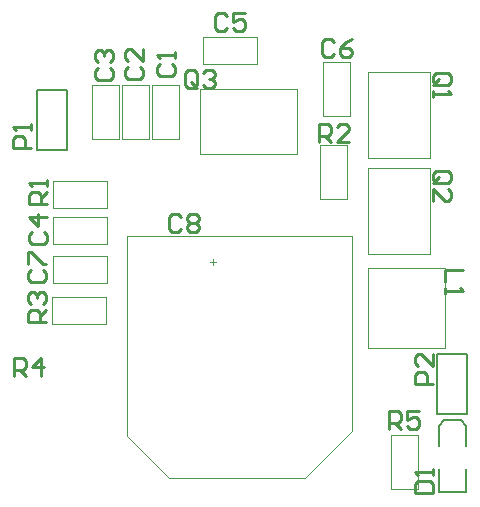
<source format=gto>
G04*
G04 #@! TF.GenerationSoftware,Altium Limited,Altium Designer,21.6.4 (81)*
G04*
G04 Layer_Color=65535*
%FSLAX44Y44*%
%MOMM*%
G71*
G04*
G04 #@! TF.SameCoordinates,B536BBD3-7635-4869-82B2-4475C75F943D*
G04*
G04*
G04 #@! TF.FilePolarity,Positive*
G04*
G01*
G75*
%ADD10C,0.0100*%
%ADD11C,0.2000*%
%ADD12C,0.2540*%
G36*
X183171Y206169D02*
X185821D01*
Y205042D01*
X183171D01*
Y202391D01*
X182057D01*
Y205042D01*
X179379D01*
Y206169D01*
X182057D01*
Y208820D01*
X183171D01*
Y206169D01*
D02*
G37*
D10*
X170960Y297630D02*
X253510D01*
X170960Y352240D02*
X253510D01*
Y297630D02*
Y352240D01*
X170960Y297630D02*
Y352240D01*
X355600Y13970D02*
Y59690D01*
X332740Y13970D02*
Y59690D01*
X355600D01*
X332740Y13970D02*
X355600D01*
X45720Y153670D02*
X91440D01*
X45720Y176530D02*
X91440D01*
Y153670D02*
Y176530D01*
X45720Y153670D02*
Y176530D01*
X295910Y259080D02*
Y304800D01*
X273050Y259080D02*
Y304800D01*
X295910D01*
X273050Y259080D02*
X295910D01*
X46930Y251460D02*
X92650D01*
X46930Y274320D02*
X92650D01*
Y251460D02*
Y274320D01*
X46930Y251460D02*
Y274320D01*
X313486Y212696D02*
Y285696D01*
X365486Y212696D02*
Y285696D01*
X313486Y212696D02*
X365486D01*
X313486Y285696D02*
X365486D01*
X313436Y294386D02*
Y367386D01*
X365436Y294386D02*
Y367386D01*
X313436Y294386D02*
X365436D01*
X313436Y367386D02*
X365436D01*
X313690Y133350D02*
Y200660D01*
X378460Y133350D02*
Y200660D01*
X313690Y133350D02*
X378460D01*
X313690Y200660D02*
X378460D01*
X299720Y62770D02*
Y227870D01*
X260350Y23400D02*
X299720Y62770D01*
X144780Y23400D02*
X260350D01*
X109220Y58960D02*
X144780Y23400D01*
X109220Y58960D02*
Y227870D01*
X299720D01*
X46990Y187960D02*
X92711D01*
X46990Y210821D02*
X92711D01*
Y187960D02*
Y210821D01*
X46990Y187960D02*
Y210821D01*
X275590Y329720D02*
Y375440D01*
X298450Y329720D02*
Y375440D01*
X275590Y329720D02*
X298450D01*
X275590Y375440D02*
X298450D01*
X173510Y396240D02*
X219230D01*
X173510Y373380D02*
X219230D01*
X173510D02*
Y396240D01*
X219230Y373380D02*
Y396240D01*
X46990Y220980D02*
X92710D01*
X46990Y243840D02*
X92710D01*
Y220980D02*
Y243840D01*
X46990Y220980D02*
Y243840D01*
X80010Y309880D02*
Y355600D01*
X102870Y309880D02*
Y355600D01*
X80010Y309880D02*
X102870D01*
X80010Y355600D02*
X102870D01*
X128270Y310360D02*
Y356080D01*
X105410Y310360D02*
Y356080D01*
X128270D01*
X105410Y310360D02*
X128270D01*
X153670D02*
Y356081D01*
X130809Y310360D02*
Y356081D01*
X153670D01*
X130809Y310360D02*
X153670D01*
D11*
X373310Y50640D02*
Y67640D01*
X392310Y72640D02*
X396310Y67640D01*
X373310D02*
X377310Y72640D01*
X396310Y50640D02*
Y67640D01*
X377310Y72640D02*
X392310D01*
X373310Y11640D02*
X396310D01*
X373310D02*
Y30640D01*
X396310Y11640D02*
Y30640D01*
X397510Y77470D02*
Y128270D01*
X372110D02*
X397510D01*
X372110Y77470D02*
Y128270D01*
Y77470D02*
X397510D01*
X33020Y351790D02*
X58420D01*
Y300990D02*
Y351790D01*
X33020Y300990D02*
X58420D01*
X33020D02*
Y351790D01*
D12*
X168911Y355602D02*
Y365758D01*
X166372Y368298D01*
X161293D01*
X158754Y365758D01*
Y355602D01*
X161293Y353063D01*
X166372D01*
X163832Y358141D02*
X168911Y353063D01*
X166372D02*
X168911Y355602D01*
X173989Y365758D02*
X176528Y368298D01*
X181607D01*
X184146Y365758D01*
Y363219D01*
X181607Y360680D01*
X179067D01*
X181607D01*
X184146Y358141D01*
Y355602D01*
X181607Y353063D01*
X176528D01*
X173989Y355602D01*
X13974Y109222D02*
Y124458D01*
X21592D01*
X24131Y121918D01*
Y116840D01*
X21592Y114301D01*
X13974D01*
X19052D02*
X24131Y109222D01*
X36827D02*
Y124458D01*
X29209Y116840D01*
X39366D01*
X353063Y10163D02*
X368298D01*
Y17781D01*
X365758Y20320D01*
X355602D01*
X353063Y17781D01*
Y10163D01*
X368298Y25398D02*
Y30477D01*
Y27938D01*
X353063D01*
X355602Y25398D01*
X331474Y64773D02*
Y80007D01*
X339092D01*
X341631Y77468D01*
Y72390D01*
X339092Y69851D01*
X331474D01*
X336553D02*
X341631Y64773D01*
X356866Y80007D02*
X346709D01*
Y72390D01*
X351787Y74929D01*
X354327D01*
X356866Y72390D01*
Y67312D01*
X354327Y64773D01*
X349248D01*
X346709Y67312D01*
X40637Y154944D02*
X25403D01*
Y162562D01*
X27942Y165101D01*
X33020D01*
X35559Y162562D01*
Y154944D01*
Y160023D02*
X40637Y165101D01*
X27942Y170179D02*
X25403Y172718D01*
Y177797D01*
X27942Y180336D01*
X30481D01*
X33020Y177797D01*
Y175257D01*
Y177797D01*
X35559Y180336D01*
X38098D01*
X40637Y177797D01*
Y172718D01*
X38098Y170179D01*
X271784Y307342D02*
Y322578D01*
X279402D01*
X281941Y320038D01*
Y314960D01*
X279402Y312421D01*
X271784D01*
X276863D02*
X281941Y307342D01*
X297176D02*
X287019D01*
X297176Y317499D01*
Y320038D01*
X294637Y322578D01*
X289558D01*
X287019Y320038D01*
X41908Y255273D02*
X26672D01*
Y262891D01*
X29212Y265430D01*
X34290D01*
X36829Y262891D01*
Y255273D01*
Y260352D02*
X41908Y265430D01*
Y270508D02*
Y275587D01*
Y273048D01*
X26672D01*
X29212Y270508D01*
X370842Y273049D02*
X380998D01*
X383537Y275588D01*
Y280667D01*
X380998Y283206D01*
X370842D01*
X368302Y280667D01*
Y275588D01*
X373381Y278127D02*
X368302Y273049D01*
Y275588D02*
X370842Y273049D01*
X368302Y257814D02*
Y267971D01*
X378459Y257814D01*
X380998D01*
X383537Y260353D01*
Y265432D01*
X380998Y267971D01*
X370842Y355600D02*
X380998D01*
X383537Y358139D01*
Y363218D01*
X380998Y365757D01*
X370842D01*
X368302Y363218D01*
Y358139D01*
X373381Y360678D02*
X368302Y355600D01*
Y358139D02*
X370842Y355600D01*
X368302Y350522D02*
Y345443D01*
Y347982D01*
X383537D01*
X380998Y350522D01*
X368298Y102874D02*
X353063D01*
Y110492D01*
X355602Y113031D01*
X360680D01*
X363219Y110492D01*
Y102874D01*
X368298Y128266D02*
Y118109D01*
X358141Y128266D01*
X355602D01*
X353063Y125727D01*
Y120648D01*
X355602Y118109D01*
X27938Y302263D02*
X12702D01*
Y309881D01*
X15242Y312420D01*
X20320D01*
X22859Y309881D01*
Y302263D01*
X27938Y317498D02*
Y322577D01*
Y320038D01*
X12702D01*
X15242Y317498D01*
X393698Y199387D02*
X378462D01*
Y189230D01*
Y184152D02*
Y179073D01*
Y181612D01*
X393698D01*
X391158Y184152D01*
X154941Y244378D02*
X152402Y246917D01*
X147323D01*
X144784Y244378D01*
Y234222D01*
X147323Y231682D01*
X152402D01*
X154941Y234222D01*
X160019Y244378D02*
X162558Y246917D01*
X167637D01*
X170176Y244378D01*
Y241839D01*
X167637Y239300D01*
X170176Y236761D01*
Y234222D01*
X167637Y231682D01*
X162558D01*
X160019Y234222D01*
Y236761D01*
X162558Y239300D01*
X160019Y241839D01*
Y244378D01*
X162558Y239300D02*
X167637D01*
X28252Y198911D02*
X25712Y196372D01*
Y191293D01*
X28252Y188754D01*
X38408D01*
X40947Y191293D01*
Y196372D01*
X38408Y198911D01*
X25712Y203989D02*
Y214146D01*
X28252D01*
X38408Y203989D01*
X40947D01*
X284481Y392428D02*
X281942Y394967D01*
X276863D01*
X274324Y392428D01*
Y382272D01*
X276863Y379733D01*
X281942D01*
X284481Y382272D01*
X299716Y394967D02*
X294638Y392428D01*
X289559Y387350D01*
Y382272D01*
X292098Y379733D01*
X297177D01*
X299716Y382272D01*
Y384811D01*
X297177Y387350D01*
X289559D01*
X194311Y414018D02*
X191772Y416558D01*
X186693D01*
X184154Y414018D01*
Y403862D01*
X186693Y401323D01*
X191772D01*
X194311Y403862D01*
X209546Y416558D02*
X199389D01*
Y408940D01*
X204468Y411479D01*
X207007D01*
X209546Y408940D01*
Y403862D01*
X207007Y401323D01*
X201928D01*
X199389Y403862D01*
X29212Y231141D02*
X26672Y228602D01*
Y223523D01*
X29212Y220984D01*
X39368D01*
X41908Y223523D01*
Y228602D01*
X39368Y231141D01*
X41908Y243837D02*
X26672D01*
X34290Y236219D01*
Y246376D01*
X85092Y370051D02*
X82552Y367512D01*
Y362433D01*
X85092Y359894D01*
X95248D01*
X97788Y362433D01*
Y367512D01*
X95248Y370051D01*
X85092Y375129D02*
X82552Y377668D01*
Y382747D01*
X85092Y385286D01*
X87631D01*
X90170Y382747D01*
Y380207D01*
Y382747D01*
X92709Y385286D01*
X95248D01*
X97788Y382747D01*
Y377668D01*
X95248Y375129D01*
X110492Y371321D02*
X107952Y368782D01*
Y363703D01*
X110492Y361164D01*
X120648D01*
X123188Y363703D01*
Y368782D01*
X120648Y371321D01*
X123188Y386556D02*
Y376399D01*
X113031Y386556D01*
X110492D01*
X107952Y384017D01*
Y378938D01*
X110492Y376399D01*
X137162Y373380D02*
X134622Y370841D01*
Y365762D01*
X137162Y363223D01*
X147318D01*
X149858Y365762D01*
Y370841D01*
X147318Y373380D01*
X149858Y378458D02*
Y383537D01*
Y380998D01*
X134622D01*
X137162Y378458D01*
M02*

</source>
